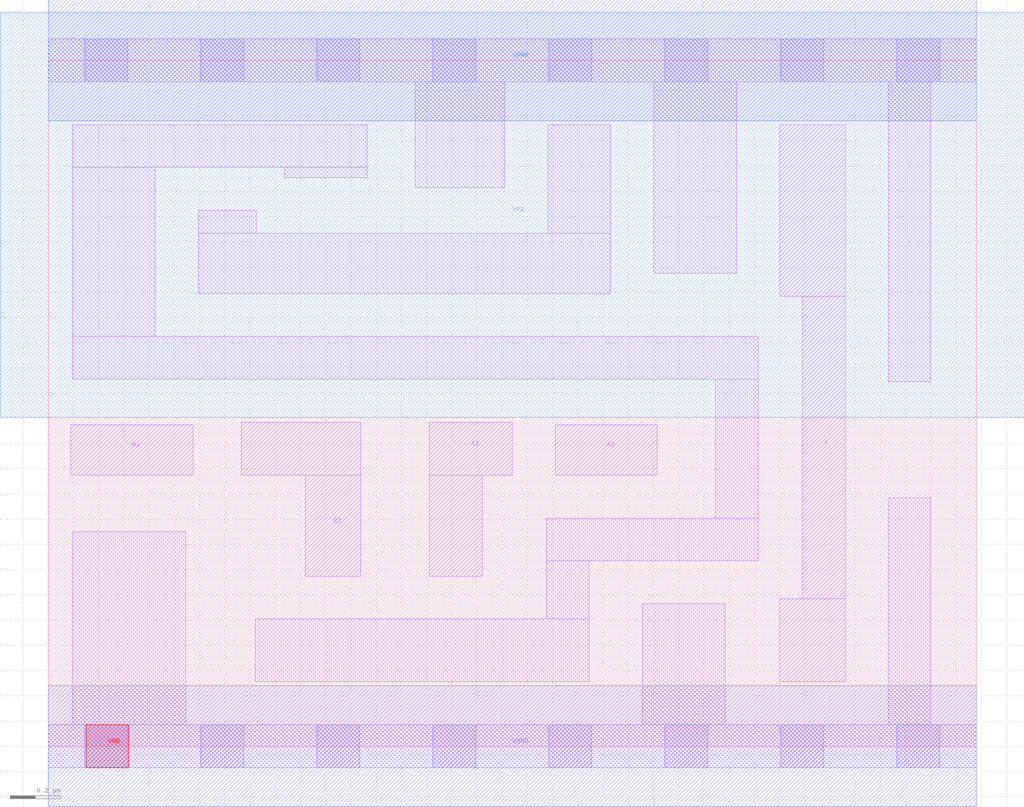
<source format=lef>
# Copyright 2020 The SkyWater PDK Authors
#
# Licensed under the Apache License, Version 2.0 (the "License");
# you may not use this file except in compliance with the License.
# You may obtain a copy of the License at
#
#     https://www.apache.org/licenses/LICENSE-2.0
#
# Unless required by applicable law or agreed to in writing, software
# distributed under the License is distributed on an "AS IS" BASIS,
# WITHOUT WARRANTIES OR CONDITIONS OF ANY KIND, either express or implied.
# See the License for the specific language governing permissions and
# limitations under the License.
#
# SPDX-License-Identifier: Apache-2.0

VERSION 5.7 ;
  NOWIREEXTENSIONATPIN ON ;
  DIVIDERCHAR "/" ;
  BUSBITCHARS "[]" ;
MACRO sky130_fd_sc_hd__a22o_2
  CLASS CORE ;
  FOREIGN sky130_fd_sc_hd__a22o_2 ;
  ORIGIN  0.000000  0.000000 ;
  SIZE  3.680000 BY  2.720000 ;
  SYMMETRY X Y R90 ;
  SITE unithd ;
  PIN A1
    ANTENNAGATEAREA  0.247500 ;
    DIRECTION INPUT ;
    USE SIGNAL ;
    PORT
      LAYER li1 ;
        RECT 1.510000 0.675000 1.720000 1.075000 ;
        RECT 1.510000 1.075000 1.840000 1.285000 ;
    END
  END A1
  PIN A2
    ANTENNAGATEAREA  0.247500 ;
    DIRECTION INPUT ;
    USE SIGNAL ;
    PORT
      LAYER li1 ;
        RECT 2.010000 1.075000 2.415000 1.275000 ;
    END
  END A2
  PIN B1
    ANTENNAGATEAREA  0.247500 ;
    DIRECTION INPUT ;
    USE SIGNAL ;
    PORT
      LAYER li1 ;
        RECT 0.765000 1.075000 1.240000 1.285000 ;
        RECT 1.020000 0.675000 1.240000 1.075000 ;
    END
  END B1
  PIN B2
    ANTENNAGATEAREA  0.247500 ;
    DIRECTION INPUT ;
    USE SIGNAL ;
    PORT
      LAYER li1 ;
        RECT 0.090000 1.075000 0.575000 1.275000 ;
    END
  END B2
  PIN X
    ANTENNADIFFAREA  0.445500 ;
    DIRECTION OUTPUT ;
    USE SIGNAL ;
    PORT
      LAYER li1 ;
        RECT 2.900000 0.255000 3.160000 0.585000 ;
        RECT 2.900000 1.785000 3.160000 2.465000 ;
        RECT 2.990000 0.585000 3.160000 1.785000 ;
    END
  END X
  PIN VGND
    DIRECTION INOUT ;
    SHAPE ABUTMENT ;
    USE GROUND ;
    PORT
      LAYER met1 ;
        RECT 0.000000 -0.240000 3.680000 0.240000 ;
    END
  END VGND
  PIN VNB
    DIRECTION INOUT ;
    USE GROUND ;
    PORT
      LAYER pwell ;
        RECT 0.150000 -0.085000 0.320000 0.085000 ;
    END
  END VNB
  PIN VPB
    DIRECTION INOUT ;
    USE POWER ;
    PORT
      LAYER nwell ;
        RECT -0.190000 1.305000 3.870000 2.910000 ;
    END
  END VPB
  PIN VPWR
    DIRECTION INOUT ;
    SHAPE ABUTMENT ;
    USE POWER ;
    PORT
      LAYER met1 ;
        RECT 0.000000 2.480000 3.680000 2.960000 ;
    END
  END VPWR
  OBS
    LAYER li1 ;
      RECT 0.000000 -0.085000 3.680000 0.085000 ;
      RECT 0.000000  2.635000 3.680000 2.805000 ;
      RECT 0.095000  0.085000 0.545000 0.850000 ;
      RECT 0.095000  1.455000 2.815000 1.625000 ;
      RECT 0.095000  1.625000 0.425000 2.295000 ;
      RECT 0.095000  2.295000 1.265000 2.465000 ;
      RECT 0.595000  1.795000 2.230000 2.035000 ;
      RECT 0.595000  2.035000 0.825000 2.125000 ;
      RECT 0.820000  0.255000 2.145000 0.505000 ;
      RECT 0.935000  2.255000 1.265000 2.295000 ;
      RECT 1.455000  2.215000 1.810000 2.635000 ;
      RECT 1.975000  0.505000 2.145000 0.735000 ;
      RECT 1.975000  0.735000 2.815000 0.905000 ;
      RECT 1.980000  2.035000 2.230000 2.465000 ;
      RECT 2.355000  0.085000 2.685000 0.565000 ;
      RECT 2.400000  1.875000 2.730000 2.635000 ;
      RECT 2.645000  0.905000 2.815000 1.455000 ;
      RECT 3.330000  0.085000 3.500000 0.985000 ;
      RECT 3.330000  1.445000 3.500000 2.635000 ;
    LAYER mcon ;
      RECT 0.145000 -0.085000 0.315000 0.085000 ;
      RECT 0.145000  2.635000 0.315000 2.805000 ;
      RECT 0.605000 -0.085000 0.775000 0.085000 ;
      RECT 0.605000  2.635000 0.775000 2.805000 ;
      RECT 1.065000 -0.085000 1.235000 0.085000 ;
      RECT 1.065000  2.635000 1.235000 2.805000 ;
      RECT 1.525000 -0.085000 1.695000 0.085000 ;
      RECT 1.525000  2.635000 1.695000 2.805000 ;
      RECT 1.985000 -0.085000 2.155000 0.085000 ;
      RECT 1.985000  2.635000 2.155000 2.805000 ;
      RECT 2.445000 -0.085000 2.615000 0.085000 ;
      RECT 2.445000  2.635000 2.615000 2.805000 ;
      RECT 2.905000 -0.085000 3.075000 0.085000 ;
      RECT 2.905000  2.635000 3.075000 2.805000 ;
      RECT 3.365000 -0.085000 3.535000 0.085000 ;
      RECT 3.365000  2.635000 3.535000 2.805000 ;
  END
END sky130_fd_sc_hd__a22o_2
END LIBRARY

</source>
